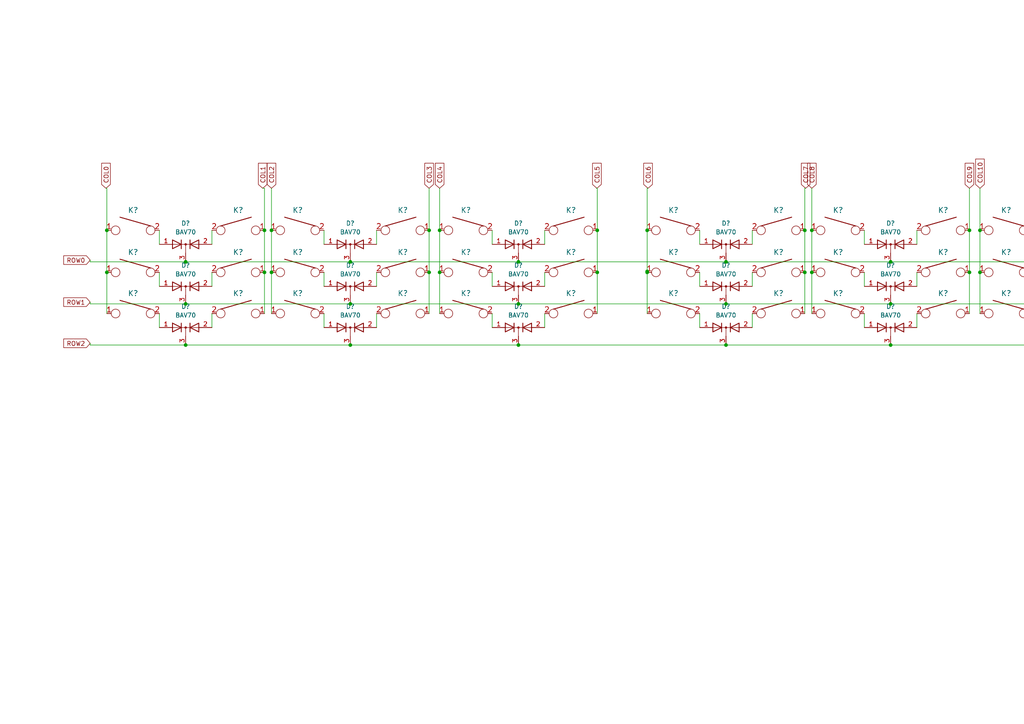
<source format=kicad_sch>
(kicad_sch (version 20211123) (generator eeschema)
  (paper "A4")
  (lib_symbols
    (symbol "Diode:BAV70" (pin_names (offset 0.762) hide)
      (property "Reference" "D" (at 0.635 -2.54 0))
      (property "Value" "BAV70" (at 0 2.54 0))
      (symbol "BAV70_0_1"
        (polyline (pts (xy -3.81 0) (xy 3.81 0)))
        (polyline (pts (xy 0 0) (xy 0 -2.54)))
        (polyline (pts (xy -1.27 -1.27) (xy -1.27 1.27) (xy -1.27 1.27)) (stroke (width 0.254)))
        (polyline (pts (xy 1.27 -1.27) (xy 1.27 1.27) (xy 1.27 1.27)) (stroke (width 0.254)))
        (polyline (pts (xy -3.81 1.27) (xy -1.27 0) (xy -3.81 -1.27) (xy -3.81 1.27) (xy -3.81 1.27) (xy -3.81 1.27)) (stroke (width 0.254)))
        (polyline (pts (xy 3.81 -1.27) (xy 1.27 0) (xy 3.81 1.27) (xy 3.81 -1.27) (xy 3.81 -1.27) (xy 3.81 -1.27)) (stroke (width 0.254)))
        (circle (center 0 0) (radius 0.254) (fill (type outline)))
        (pin passive line (at -7.62 0 0) (length 3.81) (name "A") (number "1"))
        (pin passive line (at 7.62 0 180) (length 3.81) (name "A") (number "2"))
        (pin passive line (at 0 -5.08 90) (length 2.54) (name "K") (number "3"))
      )
    )
    (symbol "keyboard_parts:KEYSW" (pin_names (offset 1.016))
      (property "Reference" "K?" (at -1.27 0 0))
      (symbol "KEYSW_0_1"
        (circle (center -5.08 0) (radius 1.27))
        (polyline (pts (xy -5.08 1.27) (xy 3.81 3.81)) (stroke (width 0.254)))
        (circle (center 5.08 0) (radius 1.27))
      )
      (symbol "KEYSW_1_1"
        (pin passive line (at 7.62 0 180) (length 1.27) (name "~") (number "1"))
        (pin passive line (at -7.62 0 0) (length 1.27) (name "~") (number "2"))
      )
    )
  )
  (junction (at 187.706 66.802))
  (junction (at 127.508 66.802))
  (junction (at 235.458 66.802))
  (junction (at 173.228 78.994))
  (junction (at 233.426 78.994))
  (junction (at 101.6 75.946))
  (junction (at 281.178 78.994))
  (junction (at 329.946 78.994))
  (junction (at 53.848 75.946))
  (junction (at 124.46 78.994))
  (junction (at 235.458 78.994))
  (junction (at 78.74 78.994))
  (junction (at 127.508 78.994))
  (junction (at 284.226 78.994))
  (junction (at 76.708 66.802))
  (junction (at 150.368 75.946))
  (junction (at 210.566 100.076))
  (junction (at 281.178 66.802))
  (junction (at 173.228 66.802))
  (junction (at 210.566 88.138))
  (junction (at 101.6 100.076))
  (junction (at 101.6 88.138))
  (junction (at 124.46 66.802))
  (junction (at 187.706 78.74))
  (junction (at 233.426 66.802))
  (junction (at 284.226 66.802))
  (junction (at 30.988 78.994))
  (junction (at 76.708 78.994))
  (junction (at 258.318 100.076))
  (junction (at 258.318 88.138))
  (junction (at 53.848 88.138))
  (junction (at 53.848 100.076))
  (junction (at 329.946 66.802))
  (junction (at 150.368 100.076))
  (junction (at 30.988 66.802))
  (junction (at 150.368 88.138))
  (junction (at 187.706 78.994))
  (junction (at 210.566 75.946))
  (junction (at 258.318 75.946))
  (junction (at 78.74 66.802))
  (wire (pts (xy 202.946 66.802) (xy 202.946 70.866)))
  (wire (pts (xy 173.228 54.61) (xy 172.974 54.61)))
  (wire (pts (xy 150.368 100.076) (xy 210.566 100.076)))
  (wire (pts (xy 109.22 90.932) (xy 109.22 94.996)))
  (wire (pts (xy 265.938 90.932) (xy 265.938 94.996)))
  (wire (pts (xy 76.708 54.61) (xy 76.708 66.802)))
  (wire (pts (xy 142.748 66.802) (xy 142.748 70.866)))
  (wire (pts (xy 53.848 88.138) (xy 101.6 88.138)))
  (wire (pts (xy 202.946 78.994) (xy 202.946 83.058)))
  (wire (pts (xy 258.318 100.076) (xy 307.086 100.076)))
  (wire (pts (xy 265.938 66.802) (xy 265.938 70.866)))
  (wire (pts (xy 250.698 90.932) (xy 250.698 94.996)))
  (wire (pts (xy 233.426 54.61) (xy 233.68 54.61)))
  (wire (pts (xy 30.988 54.61) (xy 30.988 66.802)))
  (wire (pts (xy 233.426 78.994) (xy 233.426 90.932)))
  (wire (pts (xy 127.508 78.994) (xy 127.508 90.932)))
  (wire (pts (xy 142.748 78.994) (xy 142.748 83.058)))
  (wire (pts (xy 53.848 75.946) (xy 101.6 75.946)))
  (wire (pts (xy 93.98 78.994) (xy 93.98 83.058)))
  (wire (pts (xy 78.74 66.802) (xy 78.74 78.994)))
  (wire (pts (xy 46.228 78.994) (xy 46.228 83.058)))
  (wire (pts (xy 281.178 78.994) (xy 281.178 90.932)))
  (wire (pts (xy 78.74 78.994) (xy 78.74 90.932)))
  (wire (pts (xy 187.706 78.74) (xy 187.706 66.802)))
  (wire (pts (xy 101.6 88.138) (xy 150.368 88.138)))
  (wire (pts (xy 173.228 66.802) (xy 172.974 66.802)))
  (wire (pts (xy 124.46 78.994) (xy 124.46 90.932)))
  (wire (pts (xy 314.706 90.932) (xy 314.706 94.996)))
  (wire (pts (xy 187.706 90.932) (xy 187.706 78.994)))
  (wire (pts (xy 173.228 66.802) (xy 173.228 78.994)))
  (wire (pts (xy 187.706 66.802) (xy 187.96 66.802)))
  (wire (pts (xy 299.466 78.994) (xy 299.466 83.058)))
  (wire (pts (xy 173.228 66.802) (xy 173.228 54.61)))
  (wire (pts (xy 187.706 78.994) (xy 187.706 78.74)))
  (wire (pts (xy 235.458 78.994) (xy 235.458 90.932)))
  (wire (pts (xy 210.566 88.138) (xy 258.318 88.138)))
  (wire (pts (xy 30.988 78.994) (xy 30.988 90.932)))
  (wire (pts (xy 157.988 90.932) (xy 157.988 94.996)))
  (wire (pts (xy 210.566 75.946) (xy 258.318 75.946)))
  (wire (pts (xy 218.186 78.994) (xy 218.186 83.058)))
  (wire (pts (xy 93.98 66.802) (xy 93.98 70.866)))
  (wire (pts (xy 202.946 90.932) (xy 202.946 94.996)))
  (wire (pts (xy 26.162 75.946) (xy 26.162 75.438)))
  (wire (pts (xy 93.98 90.932) (xy 93.98 94.996)))
  (wire (pts (xy 30.988 54.61) (xy 30.734 54.61)))
  (wire (pts (xy 284.226 78.994) (xy 284.226 90.932)))
  (wire (pts (xy 299.466 66.802) (xy 299.466 70.866)))
  (wire (pts (xy 150.368 88.138) (xy 210.566 88.138)))
  (wire (pts (xy 173.228 78.994) (xy 173.228 90.932)))
  (wire (pts (xy 210.566 100.076) (xy 258.318 100.076)))
  (wire (pts (xy 53.848 88.138) (xy 26.162 88.138)))
  (wire (pts (xy 26.162 88.138) (xy 26.162 87.63)))
  (wire (pts (xy 235.458 66.802) (xy 235.458 78.994)))
  (wire (pts (xy 76.708 66.802) (xy 76.708 78.994)))
  (wire (pts (xy 233.426 54.61) (xy 233.426 66.802)))
  (wire (pts (xy 329.946 54.61) (xy 329.946 66.802)))
  (wire (pts (xy 76.708 90.932) (xy 76.708 78.994)))
  (wire (pts (xy 284.226 54.61) (xy 284.226 66.802)))
  (wire (pts (xy 109.22 78.994) (xy 109.22 83.058)))
  (wire (pts (xy 53.848 100.076) (xy 26.162 100.076)))
  (wire (pts (xy 127.508 66.802) (xy 127.508 78.994)))
  (wire (pts (xy 187.706 54.61) (xy 187.96 54.61)))
  (wire (pts (xy 314.706 78.994) (xy 314.706 83.058)))
  (wire (pts (xy 61.468 78.994) (xy 61.468 83.058)))
  (wire (pts (xy 235.458 54.61) (xy 235.458 66.802)))
  (wire (pts (xy 258.318 88.138) (xy 307.086 88.138)))
  (wire (pts (xy 157.988 66.802) (xy 157.988 70.866)))
  (wire (pts (xy 218.186 90.932) (xy 218.186 94.996)))
  (wire (pts (xy 258.318 75.946) (xy 307.086 75.946)))
  (wire (pts (xy 250.698 66.802) (xy 250.698 70.866)))
  (wire (pts (xy 329.946 54.61) (xy 329.692 54.61)))
  (wire (pts (xy 53.848 100.076) (xy 101.6 100.076)))
  (wire (pts (xy 157.988 78.994) (xy 157.988 83.058)))
  (wire (pts (xy 124.46 54.61) (xy 124.46 66.802)))
  (wire (pts (xy 46.228 90.932) (xy 46.228 94.996)))
  (wire (pts (xy 218.186 66.802) (xy 218.186 70.866)))
  (wire (pts (xy 265.938 78.994) (xy 265.938 83.058)))
  (wire (pts (xy 299.466 90.932) (xy 299.466 94.996)))
  (wire (pts (xy 127.508 54.61) (xy 127.508 66.802)))
  (wire (pts (xy 124.46 66.802) (xy 124.46 78.994)))
  (wire (pts (xy 281.178 54.61) (xy 281.178 66.802)))
  (wire (pts (xy 150.368 75.946) (xy 210.566 75.946)))
  (wire (pts (xy 187.706 66.802) (xy 187.706 54.61)))
  (wire (pts (xy 101.6 100.076) (xy 150.368 100.076)))
  (wire (pts (xy 26.162 100.076) (xy 26.162 99.568)))
  (wire (pts (xy 101.6 75.946) (xy 150.368 75.946)))
  (wire (pts (xy 76.708 54.61) (xy 76.2 54.61)))
  (wire (pts (xy 109.22 66.802) (xy 109.22 70.866)))
  (wire (pts (xy 46.228 66.802) (xy 46.228 70.866)))
  (wire (pts (xy 233.426 66.802) (xy 233.426 78.994)))
  (wire (pts (xy 329.946 78.994) (xy 329.946 90.932)))
  (wire (pts (xy 314.706 66.802) (xy 314.706 70.866)))
  (wire (pts (xy 250.698 78.994) (xy 250.698 83.058)))
  (wire (pts (xy 281.178 66.802) (xy 281.178 78.994)))
  (wire (pts (xy 61.468 66.802) (xy 61.468 70.866)))
  (wire (pts (xy 284.226 66.802) (xy 284.226 78.994)))
  (wire (pts (xy 78.74 54.61) (xy 78.74 66.802)))
  (wire (pts (xy 329.946 66.802) (xy 329.946 78.994)))
  (wire (pts (xy 142.748 90.932) (xy 142.748 94.996)))
  (wire (pts (xy 187.706 78.74) (xy 187.96 78.74)))
  (wire (pts (xy 30.988 66.802) (xy 30.988 78.994)))
  (wire (pts (xy 53.848 75.946) (xy 26.162 75.946)))
  (wire (pts (xy 61.468 90.932) (xy 61.468 94.996)))
  (global_label "ROW2" (shape input) (at 26.162 99.568 180) (property "Intersheet References" "${INTERSHEET_REFS}" (effects hide)))
  (global_label "COL7" (shape input) (at 233.68 54.61 90) (property "Intersheet References" "${INTERSHEET_REFS}" (effects hide)))
  (global_label "COL9" (shape input) (at 281.178 54.61 90) (property "Intersheet References" "${INTERSHEET_REFS}" (effects hide)))
  (global_label "COL5" (shape input) (at 173.1254 54.61 90) (property "Intersheet References" "${INTERSHEET_REFS}" (effects hide)))
  (global_label "COL10" (shape input) (at 284.226 54.61 90) (property "Intersheet References" "${INTERSHEET_REFS}" (effects hide)))
  (global_label "COL0" (shape input) (at 30.734 54.61 90) (property "Intersheet References" "${INTERSHEET_REFS}" (effects hide)))
  (global_label "COL11" (shape input) (at 329.692 54.61 90) (property "Intersheet References" "${INTERSHEET_REFS}" (effects hide)))
  (global_label "COL6" (shape input) (at 187.96 54.61 90) (property "Intersheet References" "${INTERSHEET_REFS}" (effects hide)))
  (global_label "COL8" (shape input) (at 235.458 54.61 90) (property "Intersheet References" "${INTERSHEET_REFS}" (effects hide)))
  (global_label "ROW1" (shape input) (at 26.162 87.63 180) (property "Intersheet References" "${INTERSHEET_REFS}" (effects hide)))
  (global_label "ROW0" (shape input) (at 26.162 75.438 180) (property "Intersheet References" "${INTERSHEET_REFS}" (effects hide)))
  (global_label "COL2" (shape input) (at 78.74 54.61 90) (property "Intersheet References" "${INTERSHEET_REFS}" (effects hide)))
  (global_label "COL3" (shape input) (at 124.46 54.61 90) (property "Intersheet References" "${INTERSHEET_REFS}" (effects hide)))
  (global_label "COL4" (shape input) (at 127.508 54.61 90) (property "Intersheet References" "${INTERSHEET_REFS}" (effects hide)))
  (global_label "COL1" (shape input) (at 76.2 54.61 90) (property "Intersheet References" "${INTERSHEET_REFS}" (effects hide)))
  (symbol (lib_id "Diode:BAV70") (at 53.848 70.866 0) (unit 1)
    (property "Reference" "D?" (at 53.848 64.77 0))
    (property "Value" "BAV70" (at 53.848 67.31 0))
    (property "Footprint" "Package_TO_SOT_SMD:SOT-23" (effects hide))
    (property "Datasheet" "https://assets.nexperia.com/documents/data-sheet/BAV70_SER.pdf" (effects hide))
  )
  (symbol (lib_id "keyboard_parts:KEYSW") (at 322.326 90.932 0) (unit 1)
    (property "Reference" "K?" (at 322.326 85.09 0) (effects (font (size 1.524 1.524))))
    (property "Value" "KEYSW" (effects hide))
  )
  (symbol (lib_id "Diode:BAV70") (at 150.368 70.866 0) (unit 1)
    (property "Reference" "D?" (at 150.368 64.77 0))
    (property "Value" "BAV70" (at 150.368 67.31 0))
    (property "Footprint" "Package_TO_SOT_SMD:SOT-23" (effects hide))
    (property "Datasheet" "https://assets.nexperia.com/documents/data-sheet/BAV70_SER.pdf" (effects hide))
  )
  (symbol (lib_id "keyboard_parts:KEYSW") (at 116.84 78.994 0) (unit 1)
    (property "Reference" "K?" (at 116.84 73.152 0) (effects (font (size 1.524 1.524))))
    (property "Value" "KEYSW" (effects hide))
  )
  (symbol (lib_id "keyboard_parts:KEYSW") (at 243.078 66.802 0) (mirror y) (unit 1)
    (property "Reference" "K?" (at 243.078 60.96 0) (effects (font (size 1.524 1.524))))
    (property "Value" "KEYSW" (effects hide))
  )
  (symbol (lib_id "Diode:BAV70") (at 150.368 94.996 0) (unit 1)
    (property "Reference" "D?" (at 150.368 88.9 0))
    (property "Value" "BAV70" (at 150.368 91.44 0))
    (property "Footprint" "Package_TO_SOT_SMD:SOT-23" (effects hide))
    (property "Datasheet" "https://assets.nexperia.com/documents/data-sheet/BAV70_SER.pdf" (effects hide))
  )
  (symbol (lib_id "keyboard_parts:KEYSW") (at 243.078 90.932 0) (mirror y) (unit 1)
    (property "Reference" "K?" (at 243.078 85.09 0) (effects (font (size 1.524 1.524))))
    (property "Value" "KEYSW" (effects hide))
  )
  (symbol (lib_id "Diode:BAV70") (at 101.6 83.058 0) (unit 1)
    (property "Reference" "D?" (at 101.6 76.962 0))
    (property "Value" "BAV70" (at 101.6 79.502 0))
    (property "Footprint" "Package_TO_SOT_SMD:SOT-23" (effects hide))
    (property "Datasheet" "https://assets.nexperia.com/documents/data-sheet/BAV70_SER.pdf" (effects hide))
  )
  (symbol (lib_id "Diode:BAV70") (at 307.086 70.866 0) (unit 1)
    (property "Reference" "D?" (at 307.086 64.77 0))
    (property "Value" "BAV70" (at 307.086 67.31 0))
    (property "Footprint" "Package_TO_SOT_SMD:SOT-23" (effects hide))
    (property "Datasheet" "https://assets.nexperia.com/documents/data-sheet/BAV70_SER.pdf" (effects hide))
  )
  (symbol (lib_id "keyboard_parts:KEYSW") (at 165.608 66.802 0) (unit 1)
    (property "Reference" "K?" (at 165.608 60.96 0) (effects (font (size 1.524 1.524))))
    (property "Value" "KEYSW" (effects hide))
  )
  (symbol (lib_id "Diode:BAV70") (at 307.086 83.058 0) (unit 1)
    (property "Reference" "D?" (at 307.086 76.962 0))
    (property "Value" "BAV70" (at 307.086 79.502 0))
    (property "Footprint" "Package_TO_SOT_SMD:SOT-23" (effects hide))
    (property "Datasheet" "https://assets.nexperia.com/documents/data-sheet/BAV70_SER.pdf" (effects hide))
  )
  (symbol (lib_id "keyboard_parts:KEYSW") (at 135.128 78.994 0) (mirror y) (unit 1)
    (property "Reference" "K?" (at 135.128 73.152 0) (effects (font (size 1.524 1.524))))
    (property "Value" "KEYSW" (effects hide))
  )
  (symbol (lib_id "keyboard_parts:KEYSW") (at 38.608 78.994 0) (mirror y) (unit 1)
    (property "Reference" "K?" (at 38.608 73.152 0) (effects (font (size 1.524 1.524))))
    (property "Value" "KEYSW" (effects hide))
  )
  (symbol (lib_id "keyboard_parts:KEYSW") (at 69.088 90.932 0) (unit 1)
    (property "Reference" "K?" (at 69.088 85.09 0) (effects (font (size 1.524 1.524))))
    (property "Value" "KEYSW" (effects hide))
  )
  (symbol (lib_id "Diode:BAV70") (at 101.6 70.866 0) (unit 1)
    (property "Reference" "D?" (at 101.6 64.77 0))
    (property "Value" "BAV70" (at 101.6 67.31 0))
    (property "Footprint" "Package_TO_SOT_SMD:SOT-23" (effects hide))
    (property "Datasheet" "https://assets.nexperia.com/documents/data-sheet/BAV70_SER.pdf" (effects hide))
  )
  (symbol (lib_id "keyboard_parts:KEYSW") (at 291.846 78.994 0) (mirror y) (unit 1)
    (property "Reference" "K?" (at 291.846 73.152 0) (effects (font (size 1.524 1.524))))
    (property "Value" "KEYSW" (effects hide))
  )
  (symbol (lib_id "keyboard_parts:KEYSW") (at 195.326 66.802 0) (mirror y) (unit 1)
    (property "Reference" "K?" (at 195.326 60.96 0) (effects (font (size 1.524 1.524))))
    (property "Value" "KEYSW" (effects hide))
  )
  (symbol (lib_id "keyboard_parts:KEYSW") (at 116.84 66.802 0) (unit 1)
    (property "Reference" "K?" (at 116.84 60.96 0) (effects (font (size 1.524 1.524))))
    (property "Value" "KEYSW" (effects hide))
  )
  (symbol (lib_id "keyboard_parts:KEYSW") (at 273.558 66.802 0) (unit 1)
    (property "Reference" "K?" (at 273.558 60.96 0) (effects (font (size 1.524 1.524))))
    (property "Value" "KEYSW" (effects hide))
  )
  (symbol (lib_id "Diode:BAV70") (at 210.566 94.996 0) (unit 1)
    (property "Reference" "D?" (at 210.566 88.9 0))
    (property "Value" "BAV70" (at 210.566 91.44 0))
    (property "Footprint" "Package_TO_SOT_SMD:SOT-23" (effects hide))
    (property "Datasheet" "https://assets.nexperia.com/documents/data-sheet/BAV70_SER.pdf" (effects hide))
  )
  (symbol (lib_id "keyboard_parts:KEYSW") (at 322.326 78.994 0) (unit 1)
    (property "Reference" "K?" (at 322.326 73.152 0) (effects (font (size 1.524 1.524))))
    (property "Value" "KEYSW" (effects hide))
  )
  (symbol (lib_id "keyboard_parts:KEYSW") (at 135.128 90.932 0) (mirror y) (unit 1)
    (property "Reference" "K?" (at 135.128 85.09 0) (effects (font (size 1.524 1.524))))
    (property "Value" "KEYSW" (effects hide))
  )
  (symbol (lib_id "keyboard_parts:KEYSW") (at 273.558 78.994 0) (unit 1)
    (property "Reference" "K?" (at 273.558 73.152 0) (effects (font (size 1.524 1.524))))
    (property "Value" "KEYSW" (effects hide))
  )
  (symbol (lib_id "keyboard_parts:KEYSW") (at 86.36 66.802 0) (mirror y) (unit 1)
    (property "Reference" "K?" (at 86.36 60.96 0) (effects (font (size 1.524 1.524))))
    (property "Value" "KEYSW" (effects hide))
  )
  (symbol (lib_id "keyboard_parts:KEYSW") (at 165.608 90.932 0) (unit 1)
    (property "Reference" "K?" (at 165.608 85.09 0) (effects (font (size 1.524 1.524))))
    (property "Value" "KEYSW" (effects hide))
  )
  (symbol (lib_id "keyboard_parts:KEYSW") (at 38.608 90.932 0) (mirror y) (unit 1)
    (property "Reference" "K?" (at 38.608 85.09 0) (effects (font (size 1.524 1.524))))
    (property "Value" "KEYSW" (effects hide))
  )
  (symbol (lib_id "Diode:BAV70") (at 53.848 83.058 0) (unit 1)
    (property "Reference" "D?" (at 53.848 76.962 0))
    (property "Value" "BAV70" (at 53.848 79.502 0))
    (property "Footprint" "Package_TO_SOT_SMD:SOT-23" (effects hide))
    (property "Datasheet" "https://assets.nexperia.com/documents/data-sheet/BAV70_SER.pdf" (effects hide))
  )
  (symbol (lib_id "keyboard_parts:KEYSW") (at 195.326 90.932 0) (mirror y) (unit 1)
    (property "Reference" "K?" (at 195.326 85.09 0) (effects (font (size 1.524 1.524))))
    (property "Value" "KEYSW" (effects hide))
  )
  (symbol (lib_id "Diode:BAV70") (at 101.6 94.996 0) (unit 1)
    (property "Reference" "D?" (at 101.6 88.9 0))
    (property "Value" "BAV70" (at 101.6 91.44 0))
    (property "Footprint" "Package_TO_SOT_SMD:SOT-23" (effects hide))
    (property "Datasheet" "https://assets.nexperia.com/documents/data-sheet/BAV70_SER.pdf" (effects hide))
  )
  (symbol (lib_id "keyboard_parts:KEYSW") (at 165.608 78.994 0) (unit 1)
    (property "Reference" "K?" (at 165.608 73.152 0) (effects (font (size 1.524 1.524))))
    (property "Value" "KEYSW" (effects hide))
  )
  (symbol (lib_id "Diode:BAV70") (at 258.318 70.866 0) (unit 1)
    (property "Reference" "D?" (at 258.318 64.77 0))
    (property "Value" "BAV70" (at 258.318 67.31 0))
    (property "Footprint" "Package_TO_SOT_SMD:SOT-23" (effects hide))
    (property "Datasheet" "https://assets.nexperia.com/documents/data-sheet/BAV70_SER.pdf" (effects hide))
  )
  (symbol (lib_id "keyboard_parts:KEYSW") (at 322.326 66.802 0) (unit 1)
    (property "Reference" "K?" (at 322.326 60.96 0) (effects (font (size 1.524 1.524))))
    (property "Value" "KEYSW" (effects hide))
  )
  (symbol (lib_id "keyboard_parts:KEYSW") (at 86.36 90.932 0) (mirror y) (unit 1)
    (property "Reference" "K?" (at 86.36 85.09 0) (effects (font (size 1.524 1.524))))
    (property "Value" "KEYSW" (effects hide))
  )
  (symbol (lib_id "keyboard_parts:KEYSW") (at 243.078 78.994 0) (mirror y) (unit 1)
    (property "Reference" "K?" (at 243.078 73.152 0) (effects (font (size 1.524 1.524))))
    (property "Value" "KEYSW" (effects hide))
  )
  (symbol (lib_id "keyboard_parts:KEYSW") (at 69.088 66.802 0) (unit 1)
    (property "Reference" "K?" (at 69.088 60.96 0) (effects (font (size 1.524 1.524))))
    (property "Value" "KEYSW" (effects hide))
  )
  (symbol (lib_id "keyboard_parts:KEYSW") (at 291.846 66.802 0) (mirror y) (unit 1)
    (property "Reference" "K?" (at 291.846 60.96 0) (effects (font (size 1.524 1.524))))
    (property "Value" "KEYSW" (effects hide))
  )
  (symbol (lib_id "keyboard_parts:KEYSW") (at 195.326 78.994 0) (mirror y) (unit 1)
    (property "Reference" "K?" (at 195.326 73.152 0) (effects (font (size 1.524 1.524))))
    (property "Value" "KEYSW" (effects hide))
  )
  (symbol (lib_id "keyboard_parts:KEYSW") (at 69.088 78.994 0) (unit 1)
    (property "Reference" "K?" (at 69.088 73.152 0) (effects (font (size 1.524 1.524))))
    (property "Value" "KEYSW" (effects hide))
  )
  (symbol (lib_id "keyboard_parts:KEYSW") (at 273.558 90.932 0) (unit 1)
    (property "Reference" "K?" (at 273.558 85.09 0) (effects (font (size 1.524 1.524))))
    (property "Value" "KEYSW" (effects hide))
  )
  (symbol (lib_id "keyboard_parts:KEYSW") (at 225.806 66.802 0) (unit 1)
    (property "Reference" "K?" (at 225.806 60.96 0) (effects (font (size 1.524 1.524))))
    (property "Value" "KEYSW" (effects hide))
  )
  (symbol (lib_id "keyboard_parts:KEYSW") (at 116.84 90.932 0) (unit 1)
    (property "Reference" "K?" (at 116.84 85.09 0) (effects (font (size 1.524 1.524))))
    (property "Value" "KEYSW" (effects hide))
  )
  (symbol (lib_id "keyboard_parts:KEYSW") (at 135.128 66.802 0) (mirror y) (unit 1)
    (property "Reference" "K?" (at 135.128 60.96 0) (effects (font (size 1.524 1.524))))
    (property "Value" "KEYSW" (effects hide))
  )
  (symbol (lib_id "Diode:BAV70") (at 210.566 70.866 0) (unit 1)
    (property "Reference" "D?" (at 210.566 64.77 0))
    (property "Value" "BAV70" (at 210.566 67.31 0))
    (property "Footprint" "Package_TO_SOT_SMD:SOT-23" (effects hide))
    (property "Datasheet" "https://assets.nexperia.com/documents/data-sheet/BAV70_SER.pdf" (effects hide))
  )
  (symbol (lib_id "keyboard_parts:KEYSW") (at 225.806 90.932 0) (unit 1)
    (property "Reference" "K?" (at 225.806 85.09 0) (effects (font (size 1.524 1.524))))
    (property "Value" "KEYSW" (effects hide))
  )
  (symbol (lib_id "Diode:BAV70") (at 258.318 83.058 0) (unit 1)
    (property "Reference" "D?" (at 258.318 76.962 0))
    (property "Value" "BAV70" (at 258.318 79.502 0))
    (property "Footprint" "Package_TO_SOT_SMD:SOT-23" (effects hide))
    (property "Datasheet" "https://assets.nexperia.com/documents/data-sheet/BAV70_SER.pdf" (effects hide))
  )
  (symbol (lib_id "keyboard_parts:KEYSW") (at 38.608 66.802 0) (mirror y) (unit 1)
    (property "Reference" "K?" (at 38.608 60.96 0) (effects (font (size 1.524 1.524))))
    (property "Value" "KEYSW" (effects hide))
  )
  (symbol (lib_id "Diode:BAV70") (at 307.086 94.996 0) (unit 1)
    (property "Reference" "D?" (at 307.086 88.9 0))
    (property "Value" "BAV70" (at 307.086 91.44 0))
    (property "Footprint" "Package_TO_SOT_SMD:SOT-23" (effects hide))
    (property "Datasheet" "https://assets.nexperia.com/documents/data-sheet/BAV70_SER.pdf" (effects hide))
  )
  (symbol (lib_id "keyboard_parts:KEYSW") (at 291.846 90.932 0) (mirror y) (unit 1)
    (property "Reference" "K?" (at 291.846 85.09 0) (effects (font (size 1.524 1.524))))
    (property "Value" "KEYSW" (effects hide))
  )
  (symbol (lib_id "Diode:BAV70") (at 258.318 94.996 0) (unit 1)
    (property "Reference" "D?" (at 258.318 88.9 0))
    (property "Value" "BAV70" (at 258.318 91.44 0))
    (property "Footprint" "Package_TO_SOT_SMD:SOT-23" (effects hide))
    (property "Datasheet" "https://assets.nexperia.com/documents/data-sheet/BAV70_SER.pdf" (effects hide))
  )
  (symbol (lib_id "keyboard_parts:KEYSW") (at 86.36 78.994 0) (mirror y) (unit 1)
    (property "Reference" "K?" (at 86.36 73.152 0) (effects (font (size 1.524 1.524))))
    (property "Value" "KEYSW" (effects hide))
  )
  (symbol (lib_id "Diode:BAV70") (at 210.566 83.058 0) (unit 1)
    (property "Reference" "D?" (at 210.566 76.962 0))
    (property "Value" "BAV70" (at 210.566 79.502 0))
    (property "Footprint" "Package_TO_SOT_SMD:SOT-23" (effects hide))
    (property "Datasheet" "https://assets.nexperia.com/documents/data-sheet/BAV70_SER.pdf" (effects hide))
  )
  (symbol (lib_id "Diode:BAV70") (at 150.368 83.058 0) (unit 1)
    (property "Reference" "D?" (at 150.368 76.962 0))
    (property "Value" "BAV70" (at 150.368 79.502 0))
    (property "Footprint" "Package_TO_SOT_SMD:SOT-23" (effects hide))
    (property "Datasheet" "https://assets.nexperia.com/documents/data-sheet/BAV70_SER.pdf" (effects hide))
  )
  (symbol (lib_id "keyboard_parts:KEYSW") (at 225.806 78.994 0) (unit 1)
    (property "Reference" "K?" (at 225.806 73.152 0) (effects (font (size 1.524 1.524))))
    (property "Value" "KEYSW" (effects hide))
  )
  (symbol (lib_id "Diode:BAV70") (at 53.848 94.996 0) (unit 1)
    (property "Reference" "D?" (at 53.848 88.9 0))
    (property "Value" "BAV70" (at 53.848 91.44 0))
    (property "Footprint" "Package_TO_SOT_SMD:SOT-23" (effects hide))
    (property "Datasheet" "https://assets.nexperia.com/documents/data-sheet/BAV70_SER.pdf" (effects hide))
  )
)
</source>
